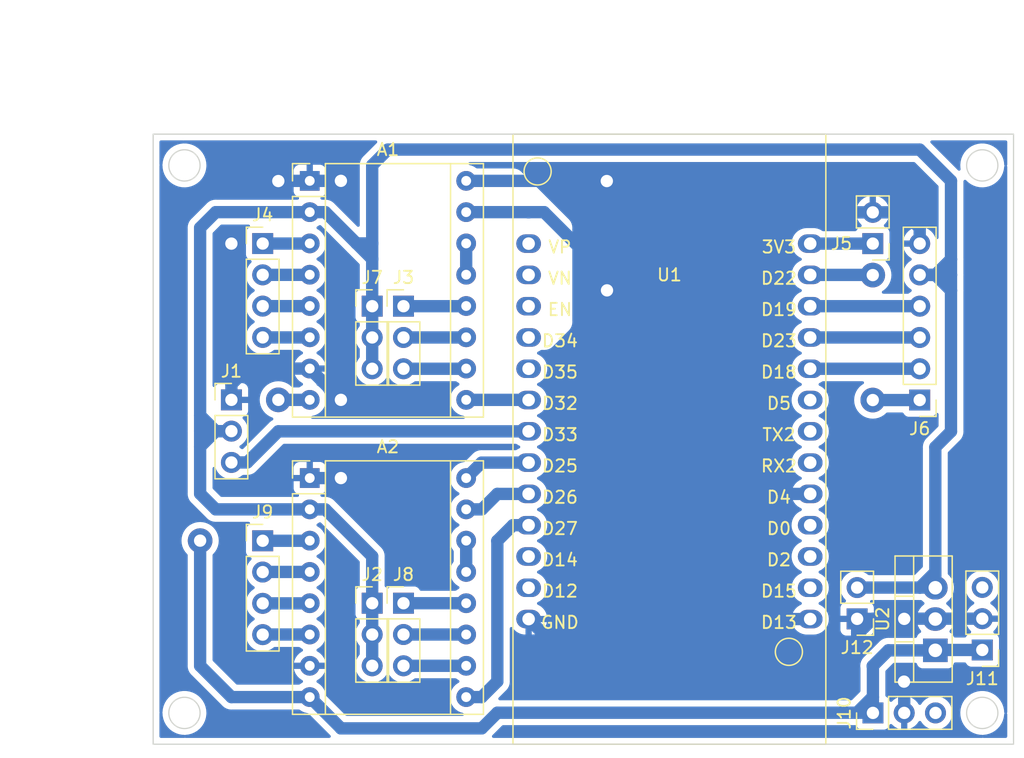
<source format=kicad_pcb>
(kicad_pcb (version 20211014) (generator pcbnew)
  (layers (0 "F.Cu" signal) (31 "B.Cu" signal) (34 "B.Paste" user) (35 "F.Paste" user) (36 "B.SilkS" user "B.Silkscreen") (37 "F.SilkS" user "F.Silkscreen") (38 "B.Mask" user) (39 "F.Mask" user) (44 "Edge.Cuts" user))
  (net 0 "")
  (net 11 "GND")
  (net 12 "+5V")
  (net 13 "Net-(A1-Pad3)")
  (net 14 "Net-(A1-Pad4)")
  (net 15 "Net-(A1-Pad5)")
  (net 16 "Net-(A1-Pad6)")
  (net 17 "+12V")
  (net 18 "/EnableL")
  (net 19 "Net-(A1-Pad10)")
  (net 20 "Net-(A1-Pad11)")
  (net 21 "Net-(A1-Pad12)")
  (net 22 "Net-(A1-Pad13)")
  (net 23 "/StepL")
  (net 24 "/DirectionL")
  (net 25 "Net-(A2-Pad3)")
  (net 26 "Net-(A2-Pad4)")
  (net 27 "Net-(A2-Pad5)")
  (net 28 "Net-(A2-Pad6)")
  (net 29 "/EnableR")
  (net 30 "Net-(A2-Pad10)")
  (net 31 "Net-(A2-Pad11)")
  (net 32 "Net-(A2-Pad12)")
  (net 33 "Net-(A2-Pad13)")
  (net 34 "/StepR")
  (net 35 "/DirectionR")
  (net 37 "/SCLOCK")
  (net 38 "/MOSI")
  (net 39 "/MISO")
  (net 40 "/CHIP SELECT")
  (net 42 "/Servo")
  (net 43 "/3V3")
  (footprint "Connector_PinHeader_2.54mm:PinHeader_1x03_P2.54mm_Vertical" (layer "F.Cu") (at 119.3825 101.585)
    (fp_text reference "J2" (at 0 -2.33) (layer "F.SilkS"))
    (fp_text value "MSB 2")
    (fp_line (start -1.33 1.27) (end -1.33 6.41) (layer "F.SilkS") (width 0.12))
    (fp_line (start 1.33 1.27) (end 1.33 6.41) (layer "F.SilkS") (width 0.12))
    (fp_line (start -1.33 1.27) (end 1.33 1.27) (layer "F.SilkS") (width 0.12))
    (fp_line (start -1.33 -1.33) (end 0 -1.33) (layer "F.SilkS") (width 0.12))
    (fp_line (start -1.33 0) (end -1.33 -1.33) (layer "F.SilkS") (width 0.12))
    (fp_line (start -1.33 6.41) (end 1.33 6.41) (layer "F.SilkS") (width 0.12))
    (pad "1" thru_hole rect (at 0 0) (size 1.7 1.7) (drill 1) (layers *.Cu *.Mask) (net 12 "+5V"))
    (pad "2" thru_hole oval (at 0 2.54) (size 1.7 1.7) (drill 1) (layers *.Cu *.Mask) (net 12 "+5V"))
    (pad "3" thru_hole oval (at 0 5.08) (size 1.7 1.7) (drill 1) (layers *.Cu *.Mask) (net 12 "+5V"))
  )
  (footprint "Module:Pololu_Breakout-16_15.2x20.3mm" (layer "F.Cu") (at 114.3125 67.295)
    (fp_text reference "A1" (at 6.35 -2.54) (layer "F.SilkS"))
    (fp_text value "Pololu_Breakout_A4988")
    (fp_line (start 1.27 -1.4) (end 1.27 1.27) (layer "F.SilkS") (width 0.12))
    (fp_line (start 0 -1.4) (end -1.4 -1.4) (layer "F.SilkS") (width 0.12))
    (fp_line (start 14.1 -1.4) (end 1.27 -1.4) (layer "F.SilkS") (width 0.12))
    (fp_line (start -1.4 -1.4) (end -1.4 0) (layer "F.SilkS") (width 0.12))
    (fp_line (start -1.4 1.27) (end -1.4 19.18) (layer "F.SilkS") (width 0.12))
    (fp_line (start 11.43 -1.4) (end 11.43 19.18) (layer "F.SilkS") (width 0.12))
    (fp_line (start -1.4 19.18) (end 14.1 19.18) (layer "F.SilkS") (width 0.12))
    (fp_line (start 1.27 1.27) (end 1.27 19.18) (layer "F.SilkS") (width 0.12))
    (fp_line (start 14.1 19.18) (end 14.1 -1.4) (layer "F.SilkS") (width 0.12))
    (fp_line (start 1.27 1.27) (end -1.4 1.27) (layer "F.SilkS") (width 0.12))
    (pad "1" thru_hole rect (at 0 0) (size 1.6 1.6) (drill 0.8) (layers *.Cu *.Mask) (net 11 "GND"))
    (pad "2" thru_hole oval (at 0 2.54) (size 1.6 1.6) (drill 0.8) (layers *.Cu *.Mask) (net 12 "+5V"))
    (pad "3" thru_hole oval (at 0 5.08) (size 1.6 1.6) (drill 0.8) (layers *.Cu *.Mask) (net 13 "Net-(A1-Pad3)"))
    (pad "4" thru_hole oval (at 0 7.62) (size 1.6 1.6) (drill 0.8) (layers *.Cu *.Mask) (net 14 "Net-(A1-Pad4)"))
    (pad "5" thru_hole oval (at 0 10.16) (size 1.6 1.6) (drill 0.8) (layers *.Cu *.Mask) (net 15 "Net-(A1-Pad5)"))
    (pad "6" thru_hole oval (at 0 12.7) (size 1.6 1.6) (drill 0.8) (layers *.Cu *.Mask) (net 16 "Net-(A1-Pad6)"))
    (pad "7" thru_hole oval (at 0 15.24) (size 1.6 1.6) (drill 0.8) (layers *.Cu *.Mask) (net 11 "GND"))
    (pad "8" thru_hole oval (at 0 17.78) (size 1.6 1.6) (drill 0.8) (layers *.Cu *.Mask) (net 17 "+12V"))
    (pad "9" thru_hole oval (at 12.7 17.78) (size 1.6 1.6) (drill 0.8) (layers *.Cu *.Mask) (net 18 "/EnableL"))
    (pad "10" thru_hole oval (at 12.7 15.24) (size 1.6 1.6) (drill 0.8) (layers *.Cu *.Mask) (net 19 "Net-(A1-Pad10)"))
    (pad "11" thru_hole oval (at 12.7 12.7) (size 1.6 1.6) (drill 0.8) (layers *.Cu *.Mask) (net 20 "Net-(A1-Pad11)"))
    (pad "12" thru_hole oval (at 12.7 10.16) (size 1.6 1.6) (drill 0.8) (layers *.Cu *.Mask) (net 21 "Net-(A1-Pad12)"))
    (pad "13" thru_hole oval (at 12.7 7.62) (size 1.6 1.6) (drill 0.8) (layers *.Cu *.Mask) (net 22 "Net-(A1-Pad13)"))
    (pad "14" thru_hole oval (at 12.7 5.08) (size 1.6 1.6) (drill 0.8) (layers *.Cu *.Mask) (net 22 "Net-(A1-Pad13)"))
    (pad "15" thru_hole oval (at 12.7 2.54) (size 1.6 1.6) (drill 0.8) (layers *.Cu *.Mask) (net 23 "/StepL"))
    (pad "16" thru_hole oval (at 12.7 0) (size 1.6 1.6) (drill 0.8) (layers *.Cu *.Mask) (net 24 "/DirectionL"))
  )
  (footprint "Connector_PinHeader_2.54mm:PinHeader_1x03_P2.54mm_Vertical" (layer "F.Cu") (at 119.3825 77.47)
    (fp_text reference "J7" (at 0 -2.33) (layer "F.SilkS"))
    (fp_text value "MSB 2")
    (fp_line (start -1.33 6.41) (end 1.33 6.41) (layer "F.SilkS") (width 0.12))
    (fp_line (start -1.33 -1.33) (end 0 -1.33) (layer "F.SilkS") (width 0.12))
    (fp_line (start -1.33 1.27) (end -1.33 6.41) (layer "F.SilkS") (width 0.12))
    (fp_line (start 1.33 1.27) (end 1.33 6.41) (layer "F.SilkS") (width 0.12))
    (fp_line (start -1.33 0) (end -1.33 -1.33) (layer "F.SilkS") (width 0.12))
    (fp_line (start -1.33 1.27) (end 1.33 1.27) (layer "F.SilkS") (width 0.12))
    (pad "1" thru_hole rect (at 0 0) (size 1.7 1.7) (drill 1) (layers *.Cu *.Mask) (net 12 "+5V"))
    (pad "2" thru_hole oval (at 0 2.54) (size 1.7 1.7) (drill 1) (layers *.Cu *.Mask) (net 12 "+5V"))
    (pad "3" thru_hole oval (at 0 5.08) (size 1.7 1.7) (drill 1) (layers *.Cu *.Mask) (net 12 "+5V"))
  )
  (footprint "Connector_PinHeader_2.54mm:PinHeader_1x03_P2.54mm_Vertical" (layer "F.Cu") (at 107.9525 85.075)
    (fp_text reference "J1" (at 0 -2.33) (layer "F.SilkS"))
    (fp_text value "Servo")
    (fp_line (start -1.33 6.41) (end 1.33 6.41) (layer "F.SilkS") (width 0.12))
    (fp_line (start -1.33 1.27) (end 1.33 1.27) (layer "F.SilkS") (width 0.12))
    (fp_line (start 1.33 1.27) (end 1.33 6.41) (layer "F.SilkS") (width 0.12))
    (fp_line (start -1.33 1.27) (end -1.33 6.41) (layer "F.SilkS") (width 0.12))
    (fp_line (start -1.33 -1.33) (end 0 -1.33) (layer "F.SilkS") (width 0.12))
    (fp_line (start -1.33 0) (end -1.33 -1.33) (layer "F.SilkS") (width 0.12))
    (pad "1" thru_hole rect (at 0 0) (size 1.7 1.7) (drill 1) (layers *.Cu *.Mask) (net 11 "GND"))
    (pad "2" thru_hole oval (at 0 2.54) (size 1.7 1.7) (drill 1) (layers *.Cu *.Mask) (net 12 "+5V"))
    (pad "3" thru_hole oval (at 0 5.08) (size 1.7 1.7) (drill 1) (layers *.Cu *.Mask) (net 42 "/Servo"))
  )
  (footprint "Connector_PinHeader_2.54mm:PinHeader_1x02_P2.54mm_Vertical" (layer "F.Cu") (at 160.0225 72.39 180)
    (fp_text reference "J5" (at 2.54 0) (layer "F.SilkS"))
    (fp_text value "ESP32 Regulated VIN")
    (fp_line (start 1.33 1.27) (end 1.33 3.87) (layer "F.SilkS") (width 0.12))
    (fp_line (start -1.33 -1.33) (end 0 -1.33) (layer "F.SilkS") (width 0.12))
    (fp_line (start -1.33 1.27) (end -1.33 3.87) (layer "F.SilkS") (width 0.12))
    (fp_line (start -1.33 3.87) (end 1.33 3.87) (layer "F.SilkS") (width 0.12))
    (fp_line (start -1.33 1.27) (end 1.33 1.27) (layer "F.SilkS") (width 0.12))
    (fp_line (start -1.33 0) (end -1.33 -1.33) (layer "F.SilkS") (width 0.12))
    (pad "1" thru_hole rect (at 0 0 180) (size 1.7 1.7) (drill 1) (layers *.Cu *.Mask) (net 43 "/3V3"))
    (pad "2" thru_hole oval (at 0 2.54 180) (size 1.7 1.7) (drill 1) (layers *.Cu *.Mask) (net 11 "GND"))
  )
  (footprint "Connector_PinHeader_2.54mm:PinHeader_1x04_P2.54mm_Vertical" (layer "F.Cu") (at 110.4925 96.515)
    (fp_text reference "J9" (at 0 -2.33) (layer "F.SilkS"))
    (fp_text value "STEPPER OUT")
    (fp_line (start 1.33 1.27) (end 1.33 8.95) (layer "F.SilkS") (width 0.12))
    (fp_line (start -1.33 1.27) (end -1.33 8.95) (layer "F.SilkS") (width 0.12))
    (fp_line (start -1.33 -1.33) (end 0 -1.33) (layer "F.SilkS") (width 0.12))
    (fp_line (start -1.33 1.27) (end 1.33 1.27) (layer "F.SilkS") (width 0.12))
    (fp_line (start -1.33 8.95) (end 1.33 8.95) (layer "F.SilkS") (width 0.12))
    (fp_line (start -1.33 0) (end -1.33 -1.33) (layer "F.SilkS") (width 0.12))
    (pad "1" thru_hole rect (at 0 0) (size 1.7 1.7) (drill 1) (layers *.Cu *.Mask) (net 25 "Net-(A2-Pad3)"))
    (pad "2" thru_hole oval (at 0 2.54) (size 1.7 1.7) (drill 1) (layers *.Cu *.Mask) (net 26 "Net-(A2-Pad4)"))
    (pad "3" thru_hole oval (at 0 5.08) (size 1.7 1.7) (drill 1) (layers *.Cu *.Mask) (net 27 "Net-(A2-Pad5)"))
    (pad "4" thru_hole oval (at 0 7.62) (size 1.7 1.7) (drill 1) (layers *.Cu *.Mask) (net 28 "Net-(A2-Pad6)"))
  )
  (footprint "Connector_PinHeader_2.54mm:PinHeader_1x03_P2.54mm_Vertical" (layer "F.Cu") (at 160.035 110.49 90)
    (fp_text reference "J10" (at 0 -2.33 90) (layer "F.SilkS"))
    (fp_text value "Voltmeter")
    (fp_line (start 1.33 1.27) (end 1.33 6.41) (layer "F.SilkS") (width 0.12))
    (fp_line (start -1.33 0) (end -1.33 -1.33) (layer "F.SilkS") (width 0.12))
    (fp_line (start -1.33 6.41) (end 1.33 6.41) (layer "F.SilkS") (width 0.12))
    (fp_line (start -1.33 -1.33) (end 0 -1.33) (layer "F.SilkS") (width 0.12))
    (fp_line (start -1.33 1.27) (end -1.33 6.41) (layer "F.SilkS") (width 0.12))
    (fp_line (start -1.33 1.27) (end 1.33 1.27) (layer "F.SilkS") (width 0.12))
    (pad "1" thru_hole rect (at 0 0 90) (size 1.7 1.7) (drill 1) (layers *.Cu *.Mask) (net 17 "+12V"))
    (pad "2" thru_hole oval (at 0 2.54 90) (size 1.7 1.7) (drill 1) (layers *.Cu *.Mask) (net 11 "GND"))
    (pad "3" thru_hole oval (at 0 5.08 90) (size 1.7 1.7) (drill 1) (layers *.Cu *.Mask))
  )
  (footprint "Connector_PinHeader_2.54mm:PinHeader_1x06_P2.54mm_Vertical" (layer "F.Cu") (at 163.8325 85.09 180)
    (fp_text reference "J6" (at 0 -2.33) (layer "F.SilkS"))
    (fp_text value "SD Card Breakout")
    (fp_line (start -1.33 1.27) (end 1.33 1.27) (layer "F.SilkS") (width 0.12))
    (fp_line (start -1.33 0) (end -1.33 -1.33) (layer "F.SilkS") (width 0.12))
    (fp_line (start 1.33 1.27) (end 1.33 14.03) (layer "F.SilkS") (width 0.12))
    (fp_line (start -1.33 14.03) (end 1.33 14.03) (layer "F.SilkS") (width 0.12))
    (fp_line (start -1.33 -1.33) (end 0 -1.33) (layer "F.SilkS") (width 0.12))
    (fp_line (start -1.33 1.27) (end -1.33 14.03) (layer "F.SilkS") (width 0.12))
    (pad "1" thru_hole rect (at 0 0 180) (size 1.7 1.7) (drill 1) (layers *.Cu *.Mask) (net 40 "/CHIP SELECT"))
    (pad "2" thru_hole oval (at 0 2.54 180) (size 1.7 1.7) (drill 1) (layers *.Cu *.Mask) (net 37 "/SCLOCK"))
    (pad "3" thru_hole oval (at 0 5.08 180) (size 1.7 1.7) (drill 1) (layers *.Cu *.Mask) (net 38 "/MOSI"))
    (pad "4" thru_hole oval (at 0 7.62 180) (size 1.7 1.7) (drill 1) (layers *.Cu *.Mask) (net 39 "/MISO"))
    (pad "5" thru_hole oval (at 0 10.16 180) (size 1.7 1.7) (drill 1) (layers *.Cu *.Mask) (net 12 "+5V"))
    (pad "6" thru_hole oval (at 0 12.7 180) (size 1.7 1.7) (drill 1) (layers *.Cu *.Mask) (net 11 "GND"))
  )
  (footprint "Connector_PinHeader_2.54mm:PinHeader_1x03_P2.54mm_Vertical" (layer "F.Cu") (at 121.9225 101.585)
    (fp_text reference "J8" (at 0 -2.33) (layer "F.SilkS"))
    (fp_text value "Microstep Bridge")
    (fp_line (start -1.33 -1.33) (end 0 -1.33) (layer "F.SilkS") (width 0.12))
    (fp_line (start -1.33 1.27) (end 1.33 1.27) (layer "F.SilkS") (width 0.12))
    (fp_line (start -1.33 0) (end -1.33 -1.33) (layer "F.SilkS") (width 0.12))
    (fp_line (start -1.33 6.41) (end 1.33 6.41) (layer "F.SilkS") (width 0.12))
    (fp_line (start 1.33 1.27) (end 1.33 6.41) (layer "F.SilkS") (width 0.12))
    (fp_line (start -1.33 1.27) (end -1.33 6.41) (layer "F.SilkS") (width 0.12))
    (pad "1" thru_hole rect (at 0 0) (size 1.7 1.7) (drill 1) (layers *.Cu *.Mask) (net 32 "Net-(A2-Pad12)"))
    (pad "2" thru_hole oval (at 0 2.54) (size 1.7 1.7) (drill 1) (layers *.Cu *.Mask) (net 31 "Net-(A2-Pad11)"))
    (pad "3" thru_hole oval (at 0 5.08) (size 1.7 1.7) (drill 1) (layers *.Cu *.Mask) (net 30 "Net-(A2-Pad10)"))
  )
  (footprint "Connector_PinHeader_2.54mm:PinHeader_1x03_P2.54mm_Vertical" (layer "F.Cu") (at 121.9225 77.47)
    (fp_text reference "J3" (at 0 -2.33) (layer "F.SilkS"))
    (fp_text value "Microstep Bridge")
    (fp_line (start -1.33 1.27) (end -1.33 6.41) (layer "F.SilkS") (width 0.12))
    (fp_line (start -1.33 1.27) (end 1.33 1.27) (layer "F.SilkS") (width 0.12))
    (fp_line (start -1.33 6.41) (end 1.33 6.41) (layer "F.SilkS") (width 0.12))
    (fp_line (start -1.33 -1.33) (end 0 -1.33) (layer "F.SilkS") (width 0.12))
    (fp_line (start -1.33 0) (end -1.33 -1.33) (layer "F.SilkS") (width 0.12))
    (fp_line (start 1.33 1.27) (end 1.33 6.41) (layer "F.SilkS") (width 0.12))
    (pad "1" thru_hole rect (at 0 0) (size 1.7 1.7) (drill 1) (layers *.Cu *.Mask) (net 21 "Net-(A1-Pad12)"))
    (pad "2" thru_hole oval (at 0 2.54) (size 1.7 1.7) (drill 1) (layers *.Cu *.Mask) (net 20 "Net-(A1-Pad11)"))
    (pad "3" thru_hole oval (at 0 5.08) (size 1.7 1.7) (drill 1) (layers *.Cu *.Mask) (net 19 "Net-(A1-Pad10)"))
  )
  (footprint "Module:Pololu_Breakout-16_15.2x20.3mm" (layer "F.Cu") (at 114.3125 91.425)
    (fp_text reference "A2" (at 6.35 -2.54) (layer "F.SilkS"))
    (fp_text value "Pololu_Breakout_A4988")
    (fp_line (start 14.1 -1.4) (end 1.27 -1.4) (layer "F.SilkS") (width 0.12))
    (fp_line (start 1.27 1.27) (end 1.27 19.18) (layer "F.SilkS") (width 0.12))
    (fp_line (start -1.4 -1.4) (end -1.4 0) (layer "F.SilkS") (width 0.12))
    (fp_line (start -1.4 1.27) (end -1.4 19.18) (layer "F.SilkS") (width 0.12))
    (fp_line (start -1.4 19.18) (end 14.1 19.18) (layer "F.SilkS") (width 0.12))
    (fp_line (start 11.43 -1.4) (end 11.43 19.18) (layer "F.SilkS") (width 0.12))
    (fp_line (start 14.1 19.18) (end 14.1 -1.4) (layer "F.SilkS") (width 0.12))
    (fp_line (start 1.27 -1.4) (end 1.27 1.27) (layer "F.SilkS") (width 0.12))
    (fp_line (start 1.27 1.27) (end -1.4 1.27) (layer "F.SilkS") (width 0.12))
    (fp_line (start 0 -1.4) (end -1.4 -1.4) (layer "F.SilkS") (width 0.12))
    (pad "1" thru_hole rect (at 0 0) (size 1.6 1.6) (drill 0.8) (layers *.Cu *.Mask) (net 11 "GND"))
    (pad "2" thru_hole oval (at 0 2.54) (size 1.6 1.6) (drill 0.8) (layers *.Cu *.Mask) (net 12 "+5V"))
    (pad "3" thru_hole oval (at 0 5.08) (size 1.6 1.6) (drill 0.8) (layers *.Cu *.Mask) (net 25 "Net-(A2-Pad3)"))
    (pad "4" thru_hole oval (at 0 7.62) (size 1.6 1.6) (drill 0.8) (layers *.Cu *.Mask) (net 26 "Net-(A2-Pad4)"))
    (pad "5" thru_hole oval (at 0 10.16) (size 1.6 1.6) (drill 0.8) (layers *.Cu *.Mask) (net 27 "Net-(A2-Pad5)"))
    (pad "6" thru_hole oval (at 0 12.7) (size 1.6 1.6) (drill 0.8) (layers *.Cu *.Mask) (net 28 "Net-(A2-Pad6)"))
    (pad "7" thru_hole oval (at 0 15.24) (size 1.6 1.6) (drill 0.8) (layers *.Cu *.Mask) (net 11 "GND"))
    (pad "8" thru_hole oval (at 0 17.78) (size 1.6 1.6) (drill 0.8) (layers *.Cu *.Mask) (net 17 "+12V"))
    (pad "9" thru_hole oval (at 12.7 17.78) (size 1.6 1.6) (drill 0.8) (layers *.Cu *.Mask) (net 29 "/EnableR"))
    (pad "10" thru_hole oval (at 12.7 15.24) (size 1.6 1.6) (drill 0.8) (layers *.Cu *.Mask) (net 30 "Net-(A2-Pad10)"))
    (pad "11" thru_hole oval (at 12.7 12.7) (size 1.6 1.6) (drill 0.8) (layers *.Cu *.Mask) (net 31 "Net-(A2-Pad11)"))
    (pad "12" thru_hole oval (at 12.7 10.16) (size 1.6 1.6) (drill 0.8) (layers *.Cu *.Mask) (net 32 "Net-(A2-Pad12)"))
    (pad "13" thru_hole oval (at 12.7 7.62) (size 1.6 1.6) (drill 0.8) (layers *.Cu *.Mask) (net 33 "Net-(A2-Pad13)"))
    (pad "14" thru_hole oval (at 12.7 5.08) (size 1.6 1.6) (drill 0.8) (layers *.Cu *.Mask) (net 33 "Net-(A2-Pad13)"))
    (pad "15" thru_hole oval (at 12.7 2.54) (size 1.6 1.6) (drill 0.8) (layers *.Cu *.Mask) (net 34 "/StepR"))
    (pad "16" thru_hole oval (at 12.7 0) (size 1.6 1.6) (drill 0.8) (layers *.Cu *.Mask) (net 35 "/DirectionR"))
  )
  (footprint "Connector_PinHeader_2.54mm:PinHeader_1x04_P2.54mm_Vertical" (layer "F.Cu") (at 110.4925 72.385)
    (fp_text reference "J4" (at 0 -2.33) (layer "F.SilkS"))
    (fp_text value "STEPPER OUT")
    (fp_line (start -1.33 1.27) (end 1.33 1.27) (layer "F.SilkS") (width 0.12))
    (fp_line (start -1.33 1.27) (end -1.33 8.95) (layer "F.SilkS") (width 0.12))
    (fp_line (start 1.33 1.27) (end 1.33 8.95) (layer "F.SilkS") (width 0.12))
    (fp_line (start -1.33 0) (end -1.33 -1.33) (layer "F.SilkS") (width 0.12))
    (fp_line (start -1.33 -1.33) (end 0 -1.33) (layer "F.SilkS") (width 0.12))
    (fp_line (start -1.33 8.95) (end 1.33 8.95) (layer "F.SilkS") (width 0.12))
    (pad "1" thru_hole rect (at 0 0) (size 1.7 1.7) (drill 1) (layers *.Cu *.Mask) (net 13 "Net-(A1-Pad3)"))
    (pad "2" thru_hole oval (at 0 2.54) (size 1.7 1.7) (drill 1) (layers *.Cu *.Mask) (net 14 "Net-(A1-Pad4)"))
    (pad "3" thru_hole oval (at 0 5.08) (size 1.7 1.7) (drill 1) (layers *.Cu *.Mask) (net 15 "Net-(A1-Pad5)"))
    (pad "4" thru_hole oval (at 0 7.62) (size 1.7 1.7) (drill 1) (layers *.Cu *.Mask) (net 16 "Net-(A1-Pad6)"))
  )
  (footprint "Connector_PinHeader_2.54mm:PinHeader_1x02_P2.54mm_Vertical" (layer "F.Cu") (at 158.7525 102.855 180)
    (fp_text reference "J12" (at 0 -2.33) (layer "F.SilkS"))
    (fp_text value "ESP32 Unregulated VIN")
    (fp_line (start -1.33 0) (end -1.33 -1.33) (layer "F.SilkS") (width 0.12))
    (fp_line (start -1.33 -1.33) (end 0 -1.33) (layer "F.SilkS") (width 0.12))
    (fp_line (start -1.33 1.27) (end -1.33 3.87) (layer "F.SilkS") (width 0.12))
    (fp_line (start 1.33 1.27) (end 1.33 3.87) (layer "F.SilkS") (width 0.12))
    (fp_line (start -1.33 1.27) (end 1.33 1.27) (layer "F.SilkS") (width 0.12))
    (fp_line (start -1.33 3.87) (end 1.33 3.87) (layer "F.SilkS") (width 0.12))
    (pad "1" thru_hole rect (at 0 0 180) (size 1.7 1.7) (drill 1) (layers *.Cu *.Mask) (net 11 "GND"))
    (pad "2" thru_hole oval (at 0 2.54 180) (size 1.7 1.7) (drill 1) (layers *.Cu *.Mask) (net 12 "+5V"))
  )
  (footprint "Espressif:ESP32-LOLIN32-Lite" (layer "F.Cu") (at 143.5125 87.63)
    (fp_text reference "U1" (at 0 -12.7 unlocked) (layer "F.SilkS"))
    (fp_text value "ESP32-LOLIN32-Lite")
    (fp_text user "EN" (at -8.89 -9.885 unlocked) (layer "F.SilkS"))
    (fp_text user "RX2" (at 8.89 2.815 unlocked) (layer "F.SilkS"))
    (fp_text user "D25" (at -8.89 2.815 unlocked) (layer "F.SilkS"))
    (fp_text user "D13" (at 8.89 15.515 unlocked) (layer "F.SilkS"))
    (fp_text user "D19" (at 8.89 -9.885 unlocked) (layer "F.SilkS"))
    (fp_text user "D15" (at 8.89 12.975 unlocked) (layer "F.SilkS"))
    (fp_text user "D2" (at 8.89 10.435 unlocked) (layer "F.SilkS"))
    (fp_text user "D12" (at -8.89 12.975 unlocked) (layer "F.SilkS"))
    (fp_text user "D23" (at 8.89 -7.345 unlocked) (layer "F.SilkS"))
    (fp_text user "D35" (at -8.89 -4.805 unlocked) (layer "F.SilkS"))
    (fp_text user "D0" (at 8.89 7.895 unlocked) (layer "F.SilkS"))
    (fp_text user "3V3" (at 8.89 -14.965 unlocked) (layer "F.SilkS"))
    (fp_text user "D27" (at -8.89 7.895 unlocked) (layer "F.SilkS"))
    (fp_text user "D26" (at -8.89 5.355 unlocked) (layer "F.SilkS"))
    (fp_text user "VN" (at -8.89 -12.425 unlocked) (layer "F.SilkS"))
    (fp_text user "D14" (at -8.89 10.435 unlocked) (layer "F.SilkS"))
    (fp_text user "TX2" (at 8.89 0.275 unlocked) (layer "F.SilkS"))
    (fp_text user "D22" (at 8.89 -12.425 unlocked) (layer "F.SilkS"))
    (fp_text user "D5" (at 8.89 -2.265 unlocked) (layer "F.SilkS"))
    (fp_text user "D32" (at -8.89 -2.265 unlocked) (layer "F.SilkS"))
    (fp_text user "D18" (at 8.89 -4.805 unlocked) (layer "F.SilkS"))
    (fp_text user "VP" (at -8.89 -14.965 unlocked) (layer "F.SilkS"))
    (fp_text user "GND" (at -8.89 15.515 unlocked) (layer "F.SilkS"))
    (fp_text user "D34" (at -8.89 -7.345 unlocked) (layer "F.SilkS"))
    (fp_text user "D4" (at 8.89 5.355 unlocked) (layer "F.SilkS"))
    (fp_text user "D33" (at -8.89 0.275 unlocked) (layer "F.SilkS"))
    (fp_rect (start -12.7 25.4) (end 12.7 -24.13) (layer "F.SilkS") (width 0.12) (fill none))
    (fp_circle (center -10.7 -21.1) (end -10.7 -22.2) (layer "F.SilkS") (width 0.12) (fill none))
    (fp_circle (center 9.7 17.9) (end 9.7 16.8) (layer "F.SilkS") (width 0.12) (fill none))
    (pad "5" thru_hole oval (at -11.43 -15.24) (size 2 1.5) (drill 1.02) (layers *.Cu *.Mask))
    (pad "8" thru_hole oval (at -11.43 -12.7) (size 2 1.5) (drill 1.02) (layers *.Cu *.Mask))
    (pad "9" thru_hole oval (at -11.43 -10.16) (size 2 1.5) (drill 1.02) (layers *.Cu *.Mask))
    (pad "10" thru_hole oval (at -11.43 -7.62) (size 2 1.5) (drill 1.02) (layers *.Cu *.Mask))
    (pad "11" thru_hole oval (at -11.43 -5.08) (size 2 1.5) (drill 1.02) (layers *.Cu *.Mask))
    (pad "12" thru_hole oval (at -11.43 -2.54) (size 2 1.5) (drill 1.02) (layers *.Cu *.Mask) (net 18 "/EnableL"))
    (pad "13" thru_hole oval (at -11.43 0) (size 2 1.5) (drill 1.02) (layers *.Cu *.Mask) (net 42 "/Servo"))
    (pad "14" thru_hole oval (at -11.43 2.54) (size 2 1.5) (drill 1.02) (layers *.Cu *.Mask) (net 35 "/DirectionR"))
    (pad "15" thru_hole oval (at -11.43 5.08) (size 2 1.5) (drill 1.02) (layers *.Cu *.Mask) (net 34 "/StepR"))
    (pad "16" thru_hole oval (at -11.43 7.62) (size 2 1.5) (drill 1.02) (layers *.Cu *.Mask) (net 29 "/EnableR"))
    (pad "17" thru_hole oval (at -11.43 10.16) (size 2 1.5) (drill 1.02) (layers *.Cu *.Mask))
    (pad "18" thru_hole oval (at -11.43 12.7) (size 2 1.5) (drill 1.02) (layers *.Cu *.Mask))
    (pad "19" thru_hole oval (at -11.43 15.24) (size 2 1.5) (drill 1.02) (layers *.Cu *.Mask) (net 11 "GND"))
    (pad "20" thru_hole oval (at 11.43 15.24) (size 2 1.5) (drill 1.02) (layers *.Cu *.Mask) (net 23 "/StepL"))
    (pad "21" thru_hole oval (at 11.43 12.7) (size 2 1.5) (drill 1.02) (layers *.Cu *.Mask))
    (pad "22" thru_hole oval (at 11.43 10.16) (size 2 1.5) (drill 1.02) (layers *.Cu *.Mask))
    (pad "23" thru_hole oval (at 11.43 7.62) (size 2 1.5) (drill 1.02) (layers *.Cu *.Mask))
    (pad "24" thru_hole oval (at 11.43 5.08) (size 2 1.5) (drill 1.02) (layers *.Cu *.Mask) (net 24 "/DirectionL"))
    (pad "25" thru_hole oval (at 11.43 2.54) (size 2 1.5) (drill 1.02) (layers *.Cu *.Mask))
    (pad "27" thru_hole oval (at 11.43 0) (size 2 1.5) (drill 1.02) (layers *.Cu *.Mask))
    (pad "34" thru_hole oval (at 11.43 -2.54) (size 2 1.5) (drill 1.02) (layers *.Cu *.Mask))
    (pad "35" thru_hole oval (at 11.43 -5.08) (size 2 1.5) (drill 1.02) (layers *.Cu *.Mask) (net 37 "/SCLOCK"))
    (pad "36" thru_hole oval (at 11.43 -7.62) (size 2 1.5) (drill 1.02) (layers *.Cu *.Mask) (net 38 "/MOSI"))
    (pad "38" thru_hole oval (at 11.43 -10.16) (size 2 1.5) (drill 1.02) (layers *.Cu *.Mask) (net 39 "/MISO"))
    (pad "39" thru_hole oval (at 11.43 -12.7) (size 2 1.5) (drill 1.02) (layers *.Cu *.Mask) (net 40 "/CHIP SELECT"))
    (pad "40" thru_hole oval (at 11.43 -15.24) (size 2 1.5) (drill 1.02) (layers *.Cu *.Mask) (net 43 "/3V3"))
  )
  (footprint "Package_TO_SOT_THT:TO-220-3_Vertical" (layer "F.Cu") (at 165.1 105.41 90)
    (fp_text reference "U2" (at 2.54 -4.27 90) (layer "F.SilkS"))
    (fp_text value "LM7805_TO220")
    (fp_line (start 0.69 -3.27) (end 0.69 -1.76) (layer "F.SilkS") (width 0.12))
    (fp_line (start 7.66 -3.27) (end 7.66 1.371) (layer "F.SilkS") (width 0.12))
    (fp_line (start 4.391 -3.27) (end 4.391 -1.76) (layer "F.SilkS") (width 0.12))
    (fp_line (start -2.58 1.371) (end 7.66 1.371) (layer "F.SilkS") (width 0.12))
    (fp_line (start -2.58 -1.76) (end 7.66 -1.76) (layer "F.SilkS") (width 0.12))
    (fp_line (start -2.58 -3.27) (end -2.58 1.371) (layer "F.SilkS") (width 0.12))
    (fp_line (start -2.58 -3.27) (end 7.66 -3.27) (layer "F.SilkS") (width 0.12))
    (pad "1" thru_hole rect (at 0 0 90) (size 1.905 2) (drill 1.1) (layers *.Cu *.Mask) (net 17 "+12V"))
    (pad "2" thru_hole oval (at 2.54 0 90) (size 1.905 2) (drill 1.1) (layers *.Cu *.Mask) (net 11 "GND"))
    (pad "3" thru_hole oval (at 5.08 0 90) (size 1.905 2) (drill 1.1) (layers *.Cu *.Mask) (net 12 "+5V"))
  )
  (footprint "Connector_PinHeader_2.54mm:PinHeader_1x03_P2.54mm_Vertical" (layer "F.Cu") (at 168.9125 105.38 180)
    (fp_text reference "J11" (at 0 -2.33) (layer "F.SilkS"))
    (fp_text value "Power in")
    (fp_line (start -1.33 1.27) (end -1.33 6.41) (layer "F.SilkS") (width 0.12))
    (fp_line (start -1.33 -1.33) (end 0 -1.33) (layer "F.SilkS") (width 0.12))
    (fp_line (start -1.33 1.27) (end 1.33 1.27) (layer "F.SilkS") (width 0.12))
    (fp_line (start -1.33 6.41) (end 1.33 6.41) (layer "F.SilkS") (width 0.12))
    (fp_line (start -1.33 0) (end -1.33 -1.33) (layer "F.SilkS") (width 0.12))
    (fp_line (start 1.33 1.27) (end 1.33 6.41) (layer "F.SilkS") (width 0.12))
    (pad "1" thru_hole rect (at 0 0 180) (size 1.7 1.7) (drill 1) (layers *.Cu *.Mask) (net 17 "+12V"))
    (pad "2" thru_hole oval (at 0 2.54 180) (size 1.7 1.7) (drill 1) (layers *.Cu *.Mask) (net 11 "GND"))
    (pad "3" thru_hole oval (at 0 5.08 180) (size 1.7 1.7) (drill 1) (layers *.Cu *.Mask))
  )
  (gr_rect (start 101.6 63.5) (end 171.45 113.03) (layer "Edge.Cuts") (width 0.1) (fill none))
  (gr_circle (center 104.14 66.04) (end 104.14 67.31) (layer "Edge.Cuts") (width 0.1) (fill none))
  (gr_circle (center 104.14 110.49) (end 104.14 109.22) (layer "Edge.Cuts") (width 0.1) (fill none))
  (gr_circle (center 168.91 66.04) (end 168.91 67.31) (layer "Edge.Cuts") (width 0.1) (fill none))
  (gr_circle (center 168.91 110.49) (end 168.91 111.76) (layer "Edge.Cuts") (width 0.1) (fill none))
  (via (at 138.43 67.31) (size 2) (drill 1) (layers "F.Cu" "B.Cu") (net 11))
  (via (at 116.8425 85.075) (size 2) (drill 1) (layers "F.Cu" "B.Cu") (net 11))
  (via (at 116.8425 67.295) (size 2) (drill 1) (layers "F.Cu" "B.Cu") (net 11))
  (via (at 138.445 76.185) (size 2) (drill 1) (layers "F.Cu" "B.Cu") (net 11))
  (via (at 116.8425 91.425) (size 2) (drill 1) (layers "F.Cu" "B.Cu") (net 11))
  (via (at 111.76 67.31) (size 2) (drill 1) (layers "F.Cu" "B.Cu") (net 11))
  (via (at 162.56 107.95) (size 2) (drill 1) (layers "F.Cu" "B.Cu") (net 11))
  (via (at 162.575 102.855) (size 2) (drill 1) (layers "F.Cu" "B.Cu") (net 11))
  (via (at 107.95 72.39) (size 2) (drill 1) (layers "F.Cu" "B.Cu") (net 11))
  (segment (start 137.16 107.95) (end 138.415 106.695) (width 1) (layer "B.Cu") (net 11))
  (segment (start 160.0225 69.85) (end 162.5625 69.85) (width 1) (layer "B.Cu") (net 11))
  (segment (start 114.3125 82.545) (end 116.8425 85.075) (width 1) (layer "B.Cu") (net 11))
  (segment (start 147.335 107.935) (end 139.715 107.935) (width 1) (layer "B.Cu") (net 11))
  (segment (start 158.7525 104.125) (end 160.0225 102.855) (width 1) (layer "B.Cu") (net 11))
  (segment (start 156.2125 107.935) (end 158.7525 105.395) (width 1) (layer "B.Cu") (net 11))
  (segment (start 160.0225 69.85) (end 151.13 69.85) (width 1) (layer "B.Cu") (net 11))
  (segment (start 168.9125 102.84) (end 163.5225 102.84) (width 1) (layer "B.Cu") (net 11))
  (segment (start 143.51 67.31) (end 138.43 67.31) (width 1) (layer "B.Cu") (net 11))
  (segment (start 114.3125 82.535) (end 114.3125 82.545) (width 1) (layer "B.Cu") (net 11))
  (segment (start 163.8325 71.12) (end 163.8325 72.39) (width 1) (layer "B.Cu") (net 11))
  (segment (start 138.445 107.935) (end 138.445 106.695) (width 1) (layer "B.Cu") (net 11))
  (segment (start 132.0825 102.8725) (end 132.0825 102.87) (width 1) (layer "B.Cu") (net 11))
  (segment (start 148.605 72.375) (end 148.575 72.375) (width 1) (layer "B.Cu") (net 11))
  (segment (start 162.575 110.49) (end 162.575 107.965) (width 1) (layer "B.Cu") (net 11))
  (segment (start 114.3125 91.425) (end 116.8425 91.425) (width 1) (layer "B.Cu") (net 11))
  (segment (start 114.3125 67.295) (end 116.8425 67.295) (width 1) (layer "B.Cu") (net 11))
  (segment (start 160.0225 102.855) (end 158.7525 102.855) (width 1) (layer "B.Cu") (net 11))
  (segment (start 148.575 72.375) (end 143.51 67.31) (width 1) (layer "B.Cu") (net 11))
  (segment (start 163.5075 102.855) (end 162.575 102.855) (width 1) (layer "B.Cu") (net 11))
  (segment (start 114.3125 67.295) (end 111.775 67.295) (width 1) (layer "B.Cu") (net 11))
  (segment (start 138.43 107.95) (end 138.445 107.935) (width 1) (layer "B.Cu") (net 11))
  (segment (start 147.365 107.935) (end 147.335 107.935) (width 1) (layer "B.Cu") (net 11))
  (segment (start 111.775 67.295) (end 111.76 67.31) (width 1) (layer "B.Cu") (net 11))
  (segment (start 137.16 107.95) (end 138.43 107.95) (width 1) (layer "B.Cu") (net 11))
  (segment (start 162.5625 69.85) (end 163.8325 71.12) (width 1) (layer "B.Cu") (net 11))
  (segment (start 158.7525 104.125) (end 158.7525 102.855) (width 1) (layer "B.Cu") (net 11))
  (segment (start 162.575 107.965) (end 162.56 107.95) (width 1) (layer "B.Cu") (net 11))
  (segment (start 138.445 106.695) (end 139.685 107.935) (width 1) (layer "B.Cu") (net 11))
  (segment (start 139.715 107.935) (end 138.445 107.935) (width 1) (layer "B.Cu") (net 11))
  (segment (start 139.685 107.935) (end 139.715 107.935) (width 1) (layer "B.Cu") (net 11))
  (segment (start 149.845 107.935) (end 148.605 107.935) (width 1) (layer "B.Cu") (net 11))
  (segment (start 107.9525 85.075) (end 107.9525 83.805) (width 1) (layer "B.Cu") (net 11))
  (segment (start 151.13 69.85) (end 148.605 72.375) (width 1) (layer "B.Cu") (net 11))
  (segment (start 158.7525 105.395) (end 158.7525 104.125) (width 1) (layer "B.Cu") (net 11))
  (segment (start 163.5225 102.84) (end 163.5075 102.855) (width 1) (layer "B.Cu") (net 11))
  (segment (start 156.2125 107.935) (end 149.845 107.935) (width 1) (layer "B.Cu") (net 11))
  (segment (start 138.445 106.695) (end 138.445 76.185) (width 1) (layer "B.Cu") (net 11))
  (segment (start 132.0825 102.8725) (end 137.16 107.95) (width 1) (layer "B.Cu") (net 11))
  (segment (start 109.2225 82.535) (end 114.3125 82.535) (width 1) (layer "B.Cu") (net 11))
  (segment (start 148.605 107.935) (end 147.335 107.935) (width 1) (layer "B.Cu") (net 11))
  (segment (start 138.415 106.695) (end 138.445 106.695) (width 1) (layer "B.Cu") (net 11))
  (segment (start 107.9525 83.805) (end 109.2225 82.535) (width 1) (layer "B.Cu") (net 11))
  (segment (start 162.575 102.855) (end 160.0225 102.855) (width 1) (layer "B.Cu") (net 11))
  (segment (start 105.4125 88.885) (end 106.6825 87.615) (width 1) (layer "B.Cu") (net 12))
  (segment (start 105.4125 87.615) (end 105.4125 86.345) (width 1) (layer "B.Cu") (net 12))
  (segment (start 163.8325 74.93) (end 166.3725 74.93) (width 1) (layer "B.Cu") (net 12))
  (segment (start 166.3725 74.93) (end 166.3725 73.66) (width 1) (layer "B.Cu") (net 12))
  (segment (start 105.4125 88.885) (end 105.4125 87.615) (width 1) (layer "B.Cu") (net 12))
  (segment (start 114.3125 69.835) (end 115.5725 69.835) (width 1) (layer "B.Cu") (net 12))
  (segment (start 166.3725 87.6425) (end 166.3725 76.2) (width 1) (layer "B.Cu") (net 12))
  (segment (start 163.845 100.315) (end 165.1 99.06) (width 1) (layer "B.Cu") (net 12))
  (segment (start 165.1025 74.93) (end 166.3725 76.2) (width 1) (layer "B.Cu") (net 12))
  (segment (start 118.1125 72.375) (end 119.3825 72.375) (width 1) (layer "B.Cu") (net 12))
  (segment (start 106.6825 69.835) (end 114.3125 69.835) (width 1) (layer "B.Cu") (net 12))
  (segment (start 163.8325 74.93) (end 165.1025 74.93) (width 1) (layer "B.Cu") (net 12))
  (segment (start 166.3725 73.66) (end 166.3725 67.295) (width 1) (layer "B.Cu") (net 12))
  (segment (start 106.6825 93.965) (end 105.4125 92.695) (width 1) (layer "B.Cu") (net 12))
  (segment (start 163.845 100.315) (end 165.085 100.315) (width 1) (layer "B.Cu") (net 12))
  (segment (start 119.3825 66.025) (end 119.3825 72.375) (width 1) (layer "B.Cu") (net 12))
  (segment (start 165.1025 74.93) (end 166.3725 73.66) (width 1) (layer "B.Cu") (net 12))
  (segment (start 118.1125 72.375) (end 119.3825 73.645) (width 1) (layer "B.Cu") (net 12))
  (segment (start 166.3725 76.2) (end 166.3725 74.93) (width 1) (layer "B.Cu") (net 12))
  (segment (start 119.3825 97.775) (end 119.3825 106.665) (width 1) (layer "B.Cu") (net 12))
  (segment (start 120.6525 64.755) (end 119.3825 66.025) (width 1) (layer "B.Cu") (net 12))
  (segment (start 107.9525 87.615) (end 105.4125 87.615) (width 1) (layer "B.Cu") (net 12))
  (segment (start 165.085 100.315) (end 165.1 100.33) (width 1) (layer "B.Cu") (net 12))
  (segment (start 165.1 100.33) (end 165.1 99.06) (width 1) (layer "B.Cu") (net 12))
  (segment (start 105.4125 71.105) (end 106.6825 69.835) (width 1) (layer "B.Cu") (net 12))
  (segment (start 119.3825 72.375) (end 119.3825 73.645) (width 1) (layer "B.Cu") (net 12))
  (segment (start 119.3825 73.645) (end 119.3825 82.55) (width 1) (layer "B.Cu") (net 12))
  (segment (start 158.7525 100.315) (end 163.845 100.315) (width 1) (layer "B.Cu") (net 12))
  (segment (start 166.3725 67.295) (end 163.8325 64.755) (width 1) (layer "B.Cu") (net 12))
  (segment (start 165.1 88.915) (end 165.1 100.33) (width 1) (layer "B.Cu") (net 12))
  (segment (start 165.1 88.915) (end 166.3725 87.6425) (width 1) (layer "B.Cu") (net 12))
  (segment (start 105.4125 92.695) (end 105.4125 88.885) (width 1) (layer "B.Cu") (net 12))
  (segment (start 106.6825 87.615) (end 105.4125 86.345) (width 1) (layer "B.Cu") (net 12))
  (segment (start 114.3125 93.965) (end 115.5725 93.965) (width 1) (layer "B.Cu") (net 12))
  (segment (start 163.8325 64.755) (end 120.6525 64.755) (width 1) (layer "B.Cu") (net 12))
  (segment (start 115.5725 93.965) (end 119.3825 97.775) (width 1) (layer "B.Cu") (net 12))
  (segment (start 114.3125 93.965) (end 106.6825 93.965) (width 1) (layer "B.Cu") (net 12))
  (segment (start 106.6825 87.615) (end 107.9525 87.615) (width 1) (layer "B.Cu") (net 12))
  (segment (start 115.5725 69.835) (end 118.1125 72.375) (width 1) (layer "B.Cu") (net 12))
  (segment (start 105.4125 86.345) (end 105.4125 71.105) (width 1) (layer "B.Cu") (net 12))
  (segment (start 110.4925 72.385) (end 114.3025 72.385) (width 1) (layer "B.Cu") (net 13))
  (segment (start 114.3025 72.385) (end 114.3125 72.375) (width 1) (layer "B.Cu") (net 13))
  (segment (start 110.4925 74.925) (end 114.3025 74.925) (width 1) (layer "B.Cu") (net 14))
  (segment (start 114.3025 74.925) (end 114.3125 74.915) (width 1) (layer "B.Cu") (net 14))
  (segment (start 114.3025 77.465) (end 114.3125 77.455) (width 1) (layer "B.Cu") (net 15))
  (segment (start 110.4925 77.465) (end 114.3025 77.465) (width 1) (layer "B.Cu") (net 15))
  (segment (start 114.3025 80.005) (end 114.3125 79.995) (width 1) (layer "B.Cu") (net 16))
  (segment (start 110.4925 80.005) (end 114.3025 80.005) (width 1) (layer "B.Cu") (net 16))
  (via (at 111.7625 85.075) (size 2) (drill 1) (layers "F.Cu" "B.Cu") (net 17))
  (via (at 105.4125 96.505) (size 2) (drill 1) (layers "F.Cu" "B.Cu") (net 17))
  (segment (start 128.2725 111.745) (end 116.8425 111.745) (width 1) (layer "B.Cu") (net 17))
  (segment (start 160.005 109.205) (end 160.035 109.205) (width 1) (layer "B.Cu") (net 17))
  (segment (start 114.3125 109.205) (end 107.9525 109.205) (width 1) (layer "B.Cu") (net 17))
  (segment (start 116.8425 111.735) (end 114.3125 109.205) (width 1) (layer "B.Cu") (net 17))
  (segment (start 114.3125 85.075) (end 111.7625 85.075) (width 1) (layer "B.Cu") (net 17))
  (segment (start 160.035 109.205) (end 160.035 110.49) (width 1) (layer "B.Cu") (net 17))
  (segment (start 158.735 110.475) (end 160.005 109.205) (width 1) (layer "B.Cu") (net 17))
  (segment (start 107.9525 109.205) (end 105.4125 106.665) (width 1) (layer "B.Cu") (net 17))
  (segment (start 168.9125 105.38) (end 165.13 105.38) (width 1) (layer "B.Cu") (net 17))
  (segment (start 160.02 106.68) (end 160.035 106.695) (width 1) (layer "B.Cu") (net 17))
  (segment (start 116.8425 111.745) (end 116.8425 111.735) (width 1) (layer "B.Cu") (net 17))
  (segment (start 158.735 110.475) (end 129.5425 110.475) (width 1) (layer "B.Cu") (net 17))
  (segment (start 165.1 105.41) (end 161.29 105.41) (width 1) (layer "B.Cu") (net 17))
  (segment (start 160.035 110.475) (end 158.735 110.475) (width 1) (layer "B.Cu") (net 17))
  (segment (start 105.4125 106.665) (end 105.4125 96.505) (width 1) (layer "B.Cu") (net 17))
  (segment (start 129.5425 110.475) (end 128.2725 111.745) (width 1) (layer "B.Cu") (net 17))
  (segment (start 161.29 105.41) (end 160.02 106.68) (width 1) (layer "B.Cu") (net 17))
  (segment (start 165.13 105.38) (end 165.1 105.41) (width 1) (layer "B.Cu") (net 17))
  (segment (start 160.035 106.695) (end 160.035 109.205) (width 1) (layer "B.Cu") (net 17))
  (segment (start 132.0675 85.075) (end 132.0825 85.09) (width 1) (layer "B.Cu") (net 18))
  (segment (start 127.0125 85.075) (end 132.0675 85.075) (width 1) (layer "B.Cu") (net 18))
  (segment (start 121.9225 82.55) (end 126.9975 82.55) (width 1) (layer "B.Cu") (net 19))
  (segment (start 126.9975 82.55) (end 127.0125 82.535) (width 1) (layer "B.Cu") (net 19))
  (segment (start 121.9225 80.01) (end 126.9975 80.01) (width 1) (layer "B.Cu") (net 20))
  (segment (start 126.9975 80.01) (end 127.0125 79.995) (width 1) (layer "B.Cu") (net 20))
  (segment (start 121.9225 77.47) (end 126.9975 77.47) (width 1) (layer "B.Cu") (net 21))
  (segment (start 126.9975 77.47) (end 127.0125 77.455) (width 1) (layer "B.Cu") (net 21))
  (segment (start 127.0125 74.915) (end 127.0125 72.375) (width 1) (layer "B.Cu") (net 22))
  (segment (start 132.065 69.835) (end 132.08 69.85) (width 1) (layer "B.Cu") (net 23))
  (segment (start 146.05 77.47) (end 146.05 96.52) (width 1) (layer "B.Cu") (net 23))
  (segment (start 140.97 72.39) (end 146.05 77.47) (width 1) (layer "B.Cu") (net 23))
  (segment (start 127.0125 69.835) (end 132.065 69.835) (width 1) (layer "B.Cu") (net 23))
  (segment (start 152.4 102.87) (end 154.9425 102.87) (width 1) (layer "B.Cu") (net 23))
  (segment (start 135.89 72.39) (end 140.97 72.39) (width 1) (layer "B.Cu") (net 23))
  (segment (start 132.065 69.835) (end 133.335 69.835) (width 1) (layer "B.Cu") (net 23))
  (segment (start 133.335 69.835) (end 135.89 72.39) (width 1) (layer "B.Cu") (net 23))
  (segment (start 146.05 96.52) (end 152.4 102.87) (width 1) (layer "B.Cu") (net 23))
  (segment (start 154.9425 92.71) (end 152.4 92.71) (width 1) (layer "B.Cu") (net 24))
  (segment (start 142.24 69.85) (end 137.16 69.85) (width 1) (layer "B.Cu") (net 24))
  (segment (start 134.605 67.295) (end 127.0125 67.295) (width 1) (layer "B.Cu") (net 24))
  (segment (start 152.4 92.71) (end 149.86 90.17) (width 1) (layer "B.Cu") (net 24))
  (segment (start 137.16 69.85) (end 134.605 67.295) (width 1) (layer "B.Cu") (net 24))
  (segment (start 149.86 90.17) (end 149.86 77.47) (width 1) (layer "B.Cu") (net 24))
  (segment (start 149.86 77.47) (end 142.24 69.85) (width 1) (layer "B.Cu") (net 24))
  (segment (start 110.4925 96.515) (end 114.3025 96.515) (width 1) (layer "B.Cu") (net 25))
  (segment (start 114.3025 96.515) (end 114.3125 96.505) (width 1) (layer "B.Cu") (net 25))
  (segment (start 110.5025 99.045) (end 110.4925 99.055) (width 1) (layer "B.Cu") (net 26))
  (segment (start 114.3125 99.045) (end 110.5025 99.045) (width 1) (layer "B.Cu") (net 26))
  (segment (start 114.3025 101.595) (end 114.3125 101.585) (width 1) (layer "B.Cu") (net 27))
  (segment (start 110.4925 101.595) (end 114.3025 101.595) (width 1) (layer "B.Cu") (net 27))
  (segment (start 114.3125 104.125) (end 110.5025 104.125) (width 1) (layer "B.Cu") (net 28))
  (segment (start 110.5025 104.125) (end 110.4925 104.135) (width 1) (layer "B.Cu") (net 28))
  (segment (start 129.5425 107.935) (end 129.5425 96.5225) (width 1) (layer "B.Cu") (net 29))
  (segment (start 127.0125 109.205) (end 128.2725 109.205) (width 1) (layer "B.Cu") (net 29))
  (segment (start 128.2725 109.205) (end 129.5425 107.935) (width 1) (layer "B.Cu") (net 29))
  (segment (start 130.81 95.25) (end 132.0825 95.25) (width 1) (layer "B.Cu") (net 29))
  (segment (start 129.5425 96.5225) (end 129.54 96.52) (width 1) (layer "B.Cu") (net 29))
  (segment (start 129.54 96.52) (end 130.81 95.25) (width 1) (layer "B.Cu") (net 29))
  (segment (start 121.9225 106.665) (end 127.0125 106.665) (width 1) (layer "B.Cu") (net 30))
  (segment (start 127.0125 104.125) (end 121.9225 104.125) (width 1) (layer "B.Cu") (net 31))
  (segment (start 121.9225 101.585) (end 127.0125 101.585) (width 1) (layer "B.Cu") (net 32))
  (segment (start 127.0125 99.045) (end 127.0125 96.505) (width 1) (layer "B.Cu") (net 33))
  (segment (start 129.54 92.71) (end 132.0825 92.71) (width 1) (layer "B.Cu") (net 34))
  (segment (start 128.285 93.965) (end 129.54 92.71) (width 1) (layer "B.Cu") (net 34))
  (segment (start 127.0125 93.965) (end 128.285 93.965) (width 1) (layer "B.Cu") (net 34))
  (segment (start 127.0125 91.425) (end 128.2675 90.17) (width 1) (layer "B.Cu") (net 35))
  (segment (start 128.2675 90.17) (end 132.0825 90.17) (width 1) (layer "B.Cu") (net 35))
  (segment (start 154.9425 82.55) (end 163.8325 82.55) (width 1) (layer "B.Cu") (net 37))
  (segment (start 154.9425 80.01) (end 163.8325 80.01) (width 1) (layer "B.Cu") (net 38))
  (segment (start 154.9425 77.47) (end 163.8325 77.47) (width 1) (layer "B.Cu") (net 39))
  (via (at 160.0225 85.09) (size 2) (drill 1) (layers "F.Cu" "B.Cu") (net 40))
  (via (at 160.0225 74.945) (size 2) (drill 1) (layers "F.Cu" "B.Cu") (net 40))
  (segment (start 154.9425 74.93) (end 160.0075 74.93) (width 1) (layer "B.Cu") (net 40))
  (segment (start 160.0075 74.93) (end 160.0225 74.945) (width 1) (layer "B.Cu") (net 40))
  (segment (start 163.8325 85.09) (end 160.0225 85.09) (width 1) (layer "B.Cu") (net 40))
  (segment (start 111.76 87.63) (end 132.0825 87.63) (width 1) (layer "B.Cu") (net 42))
  (segment (start 107.9525 90.155) (end 109.235 90.155) (width 1) (layer "B.Cu") (net 42))
  (segment (start 109.235 90.155) (end 111.76 87.63) (width 1) (layer "B.Cu") (net 42))
  (segment (start 154.9425 72.39) (end 160.0225 72.39) (width 1) (layer "B.Cu") (net 43))
  (zone (net 11) (net_name "GND") (layer "B.Cu") (connect_pads (clearance 0.508)) (min_thickness 0.254) (fill yes (thermal_gap 0.508) (thermal_bridge_width 0.508))
    (polygon (pts (xy 171.45 113.03) (xy 101.6025 113.03) (xy 101.6025 63.485) (xy 171.45 63.5)))
  )
)
</source>
